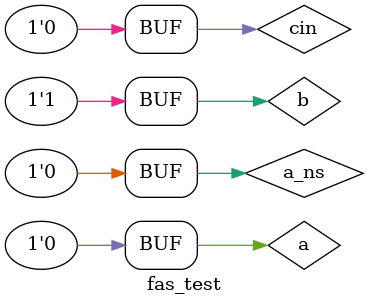
<source format=sv>
module fas_test;

// Put your code here
// ------------------
logic a_ns, a, b, cin;
logic cout,s;

initial
begin
a_ns=1;
a=0;
b=1;
cin=0;
#100
a_ns=0;
end

fas fas_inst(.a(a),.b(b),.cin(cin),.a_ns(a_ns),.cout(cout),.s(s));

// End of your code

endmodule

</source>
